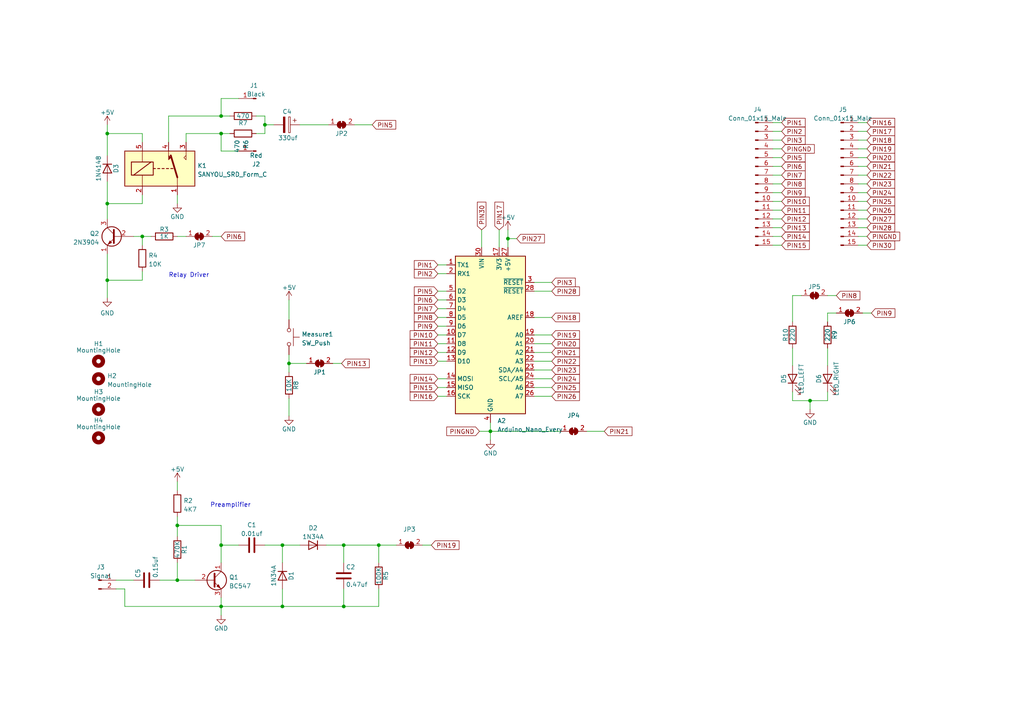
<source format=kicad_sch>
(kicad_sch (version 20211123) (generator eeschema)
  (paper "A4")
  (lib_symbols
    (symbol "Connector:Conn_01x01_Male" (pin_names (offset 1.016) hide)
      (property "Reference" "J" (at 0 2.54 0))
      (property "Value" "Conn_01x01_Male" (at 0 -2.54 0))
      (symbol "Conn_01x01_Male_1_1"
        (polyline (pts (xy 1.27 0) (xy 0.8636 0)) (stroke (width 0.1524)))
        (rectangle (start 0.8636 0.127) (end 0 -0.127) (stroke (width 0.1524)) (fill (type outline)))
        (pin passive line (at 5.08 0 180) (length 3.81) (name "Pin_1") (number "1"))
      )
    )
    (symbol "Connector:Conn_01x02_Male" (pin_names (offset 1.016) hide)
      (property "Reference" "J" (at 0 2.54 0))
      (property "Value" "Conn_01x02_Male" (at 0 -5.08 0))
      (symbol "Conn_01x02_Male_1_1"
        (polyline (pts (xy 1.27 -2.54) (xy 0.8636 -2.54)) (stroke (width 0.1524)))
        (polyline (pts (xy 1.27 0) (xy 0.8636 0)) (stroke (width 0.1524)))
        (rectangle (start 0.8636 -2.413) (end 0 -2.667) (stroke (width 0.1524)) (fill (type outline)))
        (rectangle (start 0.8636 0.127) (end 0 -0.127) (stroke (width 0.1524)) (fill (type outline)))
        (pin passive line (at 5.08 0 180) (length 3.81) (name "Pin_1") (number "1"))
        (pin passive line (at 5.08 -2.54 180) (length 3.81) (name "Pin_2") (number "2"))
      )
    )
    (symbol "Connector:Conn_01x15_Male" (pin_names (offset 1.016) hide)
      (property "Reference" "J" (at 0 20.32 0))
      (property "Value" "Conn_01x15_Male" (at 0 -20.32 0))
      (symbol "Conn_01x15_Male_1_1"
        (polyline (pts (xy 1.27 -17.78) (xy 0.8636 -17.78)) (stroke (width 0.1524)))
        (polyline (pts (xy 1.27 -15.24) (xy 0.8636 -15.24)) (stroke (width 0.1524)))
        (polyline (pts (xy 1.27 -12.7) (xy 0.8636 -12.7)) (stroke (width 0.1524)))
        (polyline (pts (xy 1.27 -10.16) (xy 0.8636 -10.16)) (stroke (width 0.1524)))
        (polyline (pts (xy 1.27 -7.62) (xy 0.8636 -7.62)) (stroke (width 0.1524)))
        (polyline (pts (xy 1.27 -5.08) (xy 0.8636 -5.08)) (stroke (width 0.1524)))
        (polyline (pts (xy 1.27 -2.54) (xy 0.8636 -2.54)) (stroke (width 0.1524)))
        (polyline (pts (xy 1.27 0) (xy 0.8636 0)) (stroke (width 0.1524)))
        (polyline (pts (xy 1.27 2.54) (xy 0.8636 2.54)) (stroke (width 0.1524)))
        (polyline (pts (xy 1.27 5.08) (xy 0.8636 5.08)) (stroke (width 0.1524)))
        (polyline (pts (xy 1.27 7.62) (xy 0.8636 7.62)) (stroke (width 0.1524)))
        (polyline (pts (xy 1.27 10.16) (xy 0.8636 10.16)) (stroke (width 0.1524)))
        (polyline (pts (xy 1.27 12.7) (xy 0.8636 12.7)) (stroke (width 0.1524)))
        (polyline (pts (xy 1.27 15.24) (xy 0.8636 15.24)) (stroke (width 0.1524)))
        (polyline (pts (xy 1.27 17.78) (xy 0.8636 17.78)) (stroke (width 0.1524)))
        (rectangle (start 0.8636 -17.653) (end 0 -17.907) (stroke (width 0.1524)) (fill (type outline)))
        (rectangle (start 0.8636 -15.113) (end 0 -15.367) (stroke (width 0.1524)) (fill (type outline)))
        (rectangle (start 0.8636 -12.573) (end 0 -12.827) (stroke (width 0.1524)) (fill (type outline)))
        (rectangle (start 0.8636 -10.033) (end 0 -10.287) (stroke (width 0.1524)) (fill (type outline)))
        (rectangle (start 0.8636 -7.493) (end 0 -7.747) (stroke (width 0.1524)) (fill (type outline)))
        (rectangle (start 0.8636 -4.953) (end 0 -5.207) (stroke (width 0.1524)) (fill (type outline)))
        (rectangle (start 0.8636 -2.413) (end 0 -2.667) (stroke (width 0.1524)) (fill (type outline)))
        (rectangle (start 0.8636 0.127) (end 0 -0.127) (stroke (width 0.1524)) (fill (type outline)))
        (rectangle (start 0.8636 2.667) (end 0 2.413) (stroke (width 0.1524)) (fill (type outline)))
        (rectangle (start 0.8636 5.207) (end 0 4.953) (stroke (width 0.1524)) (fill (type outline)))
        (rectangle (start 0.8636 7.747) (end 0 7.493) (stroke (width 0.1524)) (fill (type outline)))
        (rectangle (start 0.8636 10.287) (end 0 10.033) (stroke (width 0.1524)) (fill (type outline)))
        (rectangle (start 0.8636 12.827) (end 0 12.573) (stroke (width 0.1524)) (fill (type outline)))
        (rectangle (start 0.8636 15.367) (end 0 15.113) (stroke (width 0.1524)) (fill (type outline)))
        (rectangle (start 0.8636 17.907) (end 0 17.653) (stroke (width 0.1524)) (fill (type outline)))
        (pin passive line (at 5.08 17.78 180) (length 3.81) (name "Pin_1") (number "1"))
        (pin passive line (at 5.08 -5.08 180) (length 3.81) (name "Pin_10") (number "10"))
        (pin passive line (at 5.08 -7.62 180) (length 3.81) (name "Pin_11") (number "11"))
        (pin passive line (at 5.08 -10.16 180) (length 3.81) (name "Pin_12") (number "12"))
        (pin passive line (at 5.08 -12.7 180) (length 3.81) (name "Pin_13") (number "13"))
        (pin passive line (at 5.08 -15.24 180) (length 3.81) (name "Pin_14") (number "14"))
        (pin passive line (at 5.08 -17.78 180) (length 3.81) (name "Pin_15") (number "15"))
        (pin passive line (at 5.08 15.24 180) (length 3.81) (name "Pin_2") (number "2"))
        (pin passive line (at 5.08 12.7 180) (length 3.81) (name "Pin_3") (number "3"))
        (pin passive line (at 5.08 10.16 180) (length 3.81) (name "Pin_4") (number "4"))
        (pin passive line (at 5.08 7.62 180) (length 3.81) (name "Pin_5") (number "5"))
        (pin passive line (at 5.08 5.08 180) (length 3.81) (name "Pin_6") (number "6"))
        (pin passive line (at 5.08 2.54 180) (length 3.81) (name "Pin_7") (number "7"))
        (pin passive line (at 5.08 0 180) (length 3.81) (name "Pin_8") (number "8"))
        (pin passive line (at 5.08 -2.54 180) (length 3.81) (name "Pin_9") (number "9"))
      )
    )
    (symbol "Device:C" (pin_numbers hide) (pin_names (offset 0.254))
      (property "Reference" "C" (at 0.635 2.54 0))
      (property "Value" "C" (at 0.635 -2.54 0))
      (symbol "C_0_1"
        (polyline (pts (xy -2.032 -0.762) (xy 2.032 -0.762)) (stroke (width 0.508)))
        (polyline (pts (xy -2.032 0.762) (xy 2.032 0.762)) (stroke (width 0.508)))
      )
      (symbol "C_1_1"
        (pin passive line (at 0 3.81 270) (length 2.794) (name "~") (number "1"))
        (pin passive line (at 0 -3.81 90) (length 2.794) (name "~") (number "2"))
      )
    )
    (symbol "Device:C_Polarized" (pin_numbers hide) (pin_names (offset 0.254))
      (property "Reference" "C" (at 0.635 2.54 0))
      (property "Value" "C_Polarized" (at 0.635 -2.54 0))
      (symbol "C_Polarized_0_1"
        (rectangle (start -2.286 0.508) (end 2.286 1.016))
        (polyline (pts (xy -1.778 2.286) (xy -0.762 2.286)))
        (polyline (pts (xy -1.27 2.794) (xy -1.27 1.778)))
        (rectangle (start 2.286 -0.508) (end -2.286 -1.016) (fill (type outline)))
      )
      (symbol "C_Polarized_1_1"
        (pin passive line (at 0 3.81 270) (length 2.794) (name "~") (number "1"))
        (pin passive line (at 0 -3.81 90) (length 2.794) (name "~") (number "2"))
      )
    )
    (symbol "Device:LED" (pin_numbers hide) (pin_names (offset 1.016) hide)
      (property "Reference" "D" (at 0 2.54 0))
      (property "Value" "LED" (at 0 -2.54 0))
      (symbol "LED_0_1"
        (polyline (pts (xy -1.27 -1.27) (xy -1.27 1.27)) (stroke (width 0.254)))
        (polyline (pts (xy -1.27 0) (xy 1.27 0)))
        (polyline (pts (xy 1.27 -1.27) (xy 1.27 1.27) (xy -1.27 0) (xy 1.27 -1.27)) (stroke (width 0.254)))
        (polyline (pts (xy -3.048 -0.762) (xy -4.572 -2.286) (xy -3.81 -2.286) (xy -4.572 -2.286) (xy -4.572 -1.524)))
        (polyline (pts (xy -1.778 -0.762) (xy -3.302 -2.286) (xy -2.54 -2.286) (xy -3.302 -2.286) (xy -3.302 -1.524)))
      )
      (symbol "LED_1_1"
        (pin passive line (at -3.81 0 0) (length 2.54) (name "K") (number "1"))
        (pin passive line (at 3.81 0 180) (length 2.54) (name "A") (number "2"))
      )
    )
    (symbol "Device:R" (pin_numbers hide) (pin_names (offset 0))
      (property "Reference" "R" (at 2.032 0 90))
      (property "Value" "R" (at 0 0 90))
      (symbol "R_0_1"
        (rectangle (start -1.016 -2.54) (end 1.016 2.54) (stroke (width 0.254)))
      )
      (symbol "R_1_1"
        (pin passive line (at 0 3.81 270) (length 1.27) (name "~") (number "1"))
        (pin passive line (at 0 -3.81 90) (length 1.27) (name "~") (number "2"))
      )
    )
    (symbol "Diode:1N4148" (pin_numbers hide) (pin_names (offset 1.016) hide)
      (property "Reference" "D" (at 0 2.54 0))
      (property "Value" "1N4148" (at 0 -2.54 0))
      (symbol "1N4148_0_1"
        (polyline (pts (xy -1.27 1.27) (xy -1.27 -1.27)) (stroke (width 0.254)))
        (polyline (pts (xy 1.27 0) (xy -1.27 0)))
        (polyline (pts (xy 1.27 1.27) (xy 1.27 -1.27) (xy -1.27 0) (xy 1.27 1.27)) (stroke (width 0.254)))
      )
      (symbol "1N4148_1_1"
        (pin passive line (at -3.81 0 0) (length 2.54) (name "K") (number "1"))
        (pin passive line (at 3.81 0 180) (length 2.54) (name "A") (number "2"))
      )
    )
    (symbol "Jumper:SolderJumper_2_Bridged" (pin_names (offset 0) hide)
      (property "Reference" "JP" (at 0 2.032 0))
      (property "Value" "SolderJumper_2_Bridged" (at 0 -2.54 0))
      (symbol "SolderJumper_2_Bridged_0_1"
        (rectangle (start -0.508 0.508) (end 0.508 -0.508) (fill (type outline)))
        (arc (start -0.254 1.016) (mid -1.27 0) (end -0.254 -1.016))
        (arc (start -0.254 1.016) (mid -1.27 0) (end -0.254 -1.016) (fill (type outline)))
        (polyline (pts (xy -0.254 1.016) (xy -0.254 -1.016)))
        (polyline (pts (xy 0.254 1.016) (xy 0.254 -1.016)))
        (arc (start 0.254 -1.016) (mid 1.27 0) (end 0.254 1.016))
        (arc (start 0.254 -1.016) (mid 1.27 0) (end 0.254 1.016) (fill (type outline)))
      )
      (symbol "SolderJumper_2_Bridged_1_1"
        (pin passive line (at -3.81 0 0) (length 2.54) (name "A") (number "1"))
        (pin passive line (at 3.81 0 180) (length 2.54) (name "B") (number "2"))
      )
    )
    (symbol "MCU_Module:Arduino_Nano_Every"
      (property "Reference" "A" (at -10.16 23.495 0))
      (property "Value" "Arduino_Nano_Every" (at 5.08 -24.13 0))
      (symbol "Arduino_Nano_Every_0_1"
        (rectangle (start -10.16 22.86) (end 10.16 -22.86) (stroke (width 0.254)) (fill (type background)))
      )
      (symbol "Arduino_Nano_Every_1_1"
        (pin bidirectional line (at -12.7 20.32 0) (length 2.54) (name "TX1") (number "1"))
        (pin bidirectional line (at -12.7 0 0) (length 2.54) (name "D7") (number "10"))
        (pin bidirectional line (at -12.7 -2.54 0) (length 2.54) (name "D8") (number "11"))
        (pin bidirectional line (at -12.7 -5.08 0) (length 2.54) (name "D9") (number "12"))
        (pin bidirectional line (at -12.7 -7.62 0) (length 2.54) (name "D10") (number "13"))
        (pin bidirectional line (at -12.7 -12.7 0) (length 2.54) (name "MOSI") (number "14"))
        (pin bidirectional line (at -12.7 -15.24 0) (length 2.54) (name "MISO") (number "15"))
        (pin bidirectional line (at -12.7 -17.78 0) (length 2.54) (name "SCK") (number "16"))
        (pin power_out line (at 2.54 25.4 270) (length 2.54) (name "3V3") (number "17"))
        (pin input line (at 12.7 5.08 180) (length 2.54) (name "AREF") (number "18"))
        (pin bidirectional line (at 12.7 0 180) (length 2.54) (name "A0") (number "19"))
        (pin bidirectional line (at -12.7 17.78 0) (length 2.54) (name "RX1") (number "2"))
        (pin bidirectional line (at 12.7 -2.54 180) (length 2.54) (name "A1") (number "20"))
        (pin bidirectional line (at 12.7 -5.08 180) (length 2.54) (name "A2") (number "21"))
        (pin bidirectional line (at 12.7 -7.62 180) (length 2.54) (name "A3") (number "22"))
        (pin bidirectional line (at 12.7 -10.16 180) (length 2.54) (name "SDA/A4") (number "23"))
        (pin bidirectional line (at 12.7 -12.7 180) (length 2.54) (name "SCL/A5") (number "24"))
        (pin bidirectional line (at 12.7 -15.24 180) (length 2.54) (name "A6") (number "25"))
        (pin bidirectional line (at 12.7 -17.78 180) (length 2.54) (name "A7") (number "26"))
        (pin power_out line (at 5.08 25.4 270) (length 2.54) (name "+5V") (number "27"))
        (pin input line (at 12.7 12.7 180) (length 2.54) (name "~{RESET}") (number "28"))
        (pin passive line (at 0 -25.4 90) (length 2.54) hide (name "GND") (number "29"))
        (pin input line (at 12.7 15.24 180) (length 2.54) (name "~{RESET}") (number "3"))
        (pin power_in line (at -2.54 25.4 270) (length 2.54) (name "VIN") (number "30"))
        (pin power_in line (at 0 -25.4 90) (length 2.54) (name "GND") (number "4"))
        (pin bidirectional line (at -12.7 12.7 0) (length 2.54) (name "D2") (number "5"))
        (pin bidirectional line (at -12.7 10.16 0) (length 2.54) (name "D3") (number "6"))
        (pin bidirectional line (at -12.7 7.62 0) (length 2.54) (name "D4") (number "7"))
        (pin bidirectional line (at -12.7 5.08 0) (length 2.54) (name "D5") (number "8"))
        (pin bidirectional line (at -12.7 2.54 0) (length 2.54) (name "D6") (number "9"))
      )
    )
    (symbol "Mechanical:MountingHole" (pin_names (offset 1.016))
      (property "Reference" "H" (at 0 5.08 0))
      (property "Value" "MountingHole" (at 0 3.175 0))
      (symbol "MountingHole_0_1"
        (circle (center 0 0) (radius 1.27) (stroke (width 1.27)))
      )
    )
    (symbol "Relay:SANYOU_SRD_Form_C"
      (property "Reference" "K" (at 11.43 3.81 0))
      (property "Value" "SANYOU_SRD_Form_C" (at 11.43 1.27 0))
      (symbol "SANYOU_SRD_Form_C_0_0"
        (polyline (pts (xy 7.62 5.08) (xy 7.62 2.54) (xy 6.985 3.175) (xy 7.62 3.81)))
      )
      (symbol "SANYOU_SRD_Form_C_0_1"
        (rectangle (start -10.16 5.08) (end 10.16 -5.08) (stroke (width 0.254)) (fill (type background)))
        (rectangle (start -8.255 1.905) (end -1.905 -1.905) (stroke (width 0.254)))
        (polyline (pts (xy -7.62 -1.905) (xy -2.54 1.905)) (stroke (width 0.254)))
        (polyline (pts (xy -5.08 -5.08) (xy -5.08 -1.905)))
        (polyline (pts (xy -5.08 5.08) (xy -5.08 1.905)))
        (polyline (pts (xy -1.905 0) (xy -1.27 0)) (stroke (width 0.254)))
        (polyline (pts (xy -0.635 0) (xy 0 0)) (stroke (width 0.254)))
        (polyline (pts (xy 0.635 0) (xy 1.27 0)) (stroke (width 0.254)))
        (polyline (pts (xy 1.905 0) (xy 2.54 0)) (stroke (width 0.254)))
        (polyline (pts (xy 3.175 0) (xy 3.81 0)) (stroke (width 0.254)))
        (polyline (pts (xy 5.08 -2.54) (xy 3.175 3.81)) (stroke (width 0.508)))
        (polyline (pts (xy 5.08 -2.54) (xy 5.08 -5.08)))
      )
      (symbol "SANYOU_SRD_Form_C_1_1"
        (polyline (pts (xy 2.54 3.81) (xy 3.175 3.175) (xy 2.54 2.54) (xy 2.54 5.08)) (fill (type outline)))
        (pin passive line (at 5.08 -7.62 90) (length 2.54) (name "~") (number "1"))
        (pin passive line (at -5.08 -7.62 90) (length 2.54) (name "~") (number "2"))
        (pin passive line (at 7.62 7.62 270) (length 2.54) (name "~") (number "3"))
        (pin passive line (at 2.54 7.62 270) (length 2.54) (name "~") (number "4"))
        (pin passive line (at -5.08 7.62 270) (length 2.54) (name "~") (number "5"))
      )
    )
    (symbol "Switch:SW_Push" (pin_numbers hide) (pin_names (offset 1.016) hide)
      (property "Reference" "SW" (at 1.27 2.54 0))
      (property "Value" "SW_Push" (at 0 -1.524 0))
      (symbol "SW_Push_0_1"
        (circle (center -2.032 0) (radius 0.508))
        (polyline (pts (xy 0 1.27) (xy 0 3.048)))
        (polyline (pts (xy 2.54 1.27) (xy -2.54 1.27)))
        (circle (center 2.032 0) (radius 0.508))
        (pin passive line (at -5.08 0 0) (length 2.54) (name "1") (number "1"))
        (pin passive line (at 5.08 0 180) (length 2.54) (name "2") (number "2"))
      )
    )
    (symbol "Transistor_BJT:2N3904" (pin_names (offset 0) hide)
      (property "Reference" "Q" (at 5.08 1.905 0))
      (property "Value" "2N3904" (at 5.08 0 0))
      (symbol "2N3904_0_1"
        (polyline (pts (xy 0.635 0.635) (xy 2.54 2.54)))
        (polyline (pts (xy 0.635 -0.635) (xy 2.54 -2.54) (xy 2.54 -2.54)))
        (polyline (pts (xy 0.635 1.905) (xy 0.635 -1.905) (xy 0.635 -1.905)) (stroke (width 0.508)))
        (polyline (pts (xy 1.27 -1.778) (xy 1.778 -1.27) (xy 2.286 -2.286) (xy 1.27 -1.778) (xy 1.27 -1.778)) (fill (type outline)))
        (circle (center 1.27 0) (radius 2.8194) (stroke (width 0.254)))
      )
      (symbol "2N3904_1_1"
        (pin passive line (at 2.54 -5.08 90) (length 2.54) (name "E") (number "1"))
        (pin passive line (at -5.08 0 0) (length 5.715) (name "B") (number "2"))
        (pin passive line (at 2.54 5.08 270) (length 2.54) (name "C") (number "3"))
      )
    )
    (symbol "Transistor_BJT:BC547" (pin_names (offset 0) hide)
      (property "Reference" "Q" (at 5.08 1.905 0))
      (property "Value" "BC547" (at 5.08 0 0))
      (symbol "BC547_0_1"
        (polyline (pts (xy 0 0) (xy 0.635 0)))
        (polyline (pts (xy 0.635 0.635) (xy 2.54 2.54)))
        (polyline (pts (xy 0.635 -0.635) (xy 2.54 -2.54) (xy 2.54 -2.54)))
        (polyline (pts (xy 0.635 1.905) (xy 0.635 -1.905) (xy 0.635 -1.905)) (stroke (width 0.508)))
        (polyline (pts (xy 1.27 -1.778) (xy 1.778 -1.27) (xy 2.286 -2.286) (xy 1.27 -1.778) (xy 1.27 -1.778)) (fill (type outline)))
        (circle (center 1.27 0) (radius 2.8194) (stroke (width 0.254)))
      )
      (symbol "BC547_1_1"
        (pin passive line (at 2.54 5.08 270) (length 2.54) (name "C") (number "1"))
        (pin input line (at -5.08 0 0) (length 5.08) (name "B") (number "2"))
        (pin passive line (at 2.54 -5.08 90) (length 2.54) (name "E") (number "3"))
      )
    )
    (symbol "power:+5V" (power) (pin_names (offset 0))
      (property "Value" "+5V" (at 0 3.556 0))
      (symbol "+5V_0_1"
        (polyline (pts (xy -0.762 1.27) (xy 0 2.54)))
        (polyline (pts (xy 0 0) (xy 0 2.54)))
        (polyline (pts (xy 0 2.54) (xy 0.762 1.27)))
      )
      (symbol "+5V_1_1"
        (pin power_in line (at 0 0 90) (length 0) hide (name "+5V") (number "1"))
      )
    )
    (symbol "power:GND" (power) (pin_names (offset 0))
      (property "Value" "GND" (at 0 -3.81 0))
      (symbol "GND_0_1"
        (polyline (pts (xy 0 0) (xy 0 -1.27) (xy 1.27 -1.27) (xy 0 -2.54) (xy -1.27 -1.27) (xy 0 -1.27)))
      )
      (symbol "GND_1_1"
        (pin power_in line (at 0 0 270) (length 0) hide (name "GND") (number "1"))
      )
    )
  )
  (junction (at 109.855 158.115))
  (junction (at 234.95 116.205))
  (junction (at 99.695 158.115))
  (junction (at 81.915 175.895))
  (junction (at 64.135 175.895))
  (junction (at 31.115 38.735))
  (junction (at 31.115 59.055))
  (junction (at 76.835 36.195))
  (junction (at 83.82 105.41))
  (junction (at 64.135 33.655))
  (junction (at 81.915 158.115))
  (junction (at 147.32 69.215))
  (junction (at 64.135 38.735))
  (junction (at 142.24 125.095))
  (junction (at 31.115 81.28))
  (junction (at 41.275 68.58))
  (junction (at 51.435 152.4))
  (junction (at 99.695 175.895))
  (junction (at 51.435 168.275))
  (junction (at 64.135 158.115))
  (wire (pts (xy 127 89.535) (xy 129.54 89.535)))
  (wire (pts (xy 64.135 43.815) (xy 69.215 43.815)))
  (wire (pts (xy 36.195 175.895) (xy 64.135 175.895)))
  (wire (pts (xy 248.92 45.72) (xy 251.46 45.72)))
  (wire (pts (xy 127 79.375) (xy 129.54 79.375)))
  (wire (pts (xy 154.94 84.455) (xy 160.02 84.455)))
  (wire (pts (xy 127 99.695) (xy 129.54 99.695)))
  (wire (pts (xy 224.155 55.88) (xy 226.695 55.88)))
  (wire (pts (xy 170.18 125.095) (xy 175.26 125.095)))
  (wire (pts (xy 46.355 168.275) (xy 51.435 168.275)))
  (wire (pts (xy 240.03 100.965) (xy 240.03 106.045)))
  (wire (pts (xy 31.115 36.195) (xy 31.115 38.735)))
  (wire (pts (xy 33.655 170.815) (xy 36.195 170.815)))
  (wire (pts (xy 248.92 53.34) (xy 251.46 53.34)))
  (wire (pts (xy 127 112.395) (xy 129.54 112.395)))
  (wire (pts (xy 83.82 115.57) (xy 83.82 120.65)))
  (wire (pts (xy 154.94 109.855) (xy 160.02 109.855)))
  (wire (pts (xy 83.82 86.995) (xy 83.82 92.71)))
  (wire (pts (xy 31.115 81.28) (xy 31.115 86.36)))
  (wire (pts (xy 248.92 63.5) (xy 251.46 63.5)))
  (wire (pts (xy 248.92 71.12) (xy 251.46 71.12)))
  (wire (pts (xy 127 76.835) (xy 129.54 76.835)))
  (wire (pts (xy 48.895 33.655) (xy 48.895 41.275)))
  (wire (pts (xy 127 94.615) (xy 129.54 94.615)))
  (wire (pts (xy 88.9 105.41) (xy 83.82 105.41)))
  (wire (pts (xy 64.135 152.4) (xy 64.135 158.115)))
  (wire (pts (xy 127 84.455) (xy 129.54 84.455)))
  (wire (pts (xy 147.32 69.215) (xy 147.32 71.755)))
  (wire (pts (xy 154.94 81.915) (xy 160.02 81.915)))
  (wire (pts (xy 64.135 28.575) (xy 64.135 33.655)))
  (wire (pts (xy 234.95 118.745) (xy 234.95 116.205)))
  (wire (pts (xy 31.115 59.055) (xy 31.115 63.5)))
  (wire (pts (xy 224.155 48.26) (xy 226.695 48.26)))
  (wire (pts (xy 224.155 40.64) (xy 226.695 40.64)))
  (wire (pts (xy 64.135 28.575) (xy 69.215 28.575)))
  (wire (pts (xy 248.92 66.04) (xy 251.46 66.04)))
  (wire (pts (xy 224.155 50.8) (xy 226.695 50.8)))
  (wire (pts (xy 224.155 43.18) (xy 226.695 43.18)))
  (wire (pts (xy 248.92 48.26) (xy 251.46 48.26)))
  (wire (pts (xy 142.24 122.555) (xy 142.24 125.095)))
  (wire (pts (xy 109.855 158.115) (xy 114.935 158.115)))
  (wire (pts (xy 248.92 60.96) (xy 251.46 60.96)))
  (wire (pts (xy 64.135 173.355) (xy 64.135 175.895)))
  (wire (pts (xy 31.115 38.735) (xy 31.115 45.085)))
  (wire (pts (xy 127 114.935) (xy 129.54 114.935)))
  (wire (pts (xy 139.065 125.095) (xy 142.24 125.095)))
  (wire (pts (xy 31.115 73.66) (xy 31.115 81.28)))
  (wire (pts (xy 248.92 68.58) (xy 251.46 68.58)))
  (wire (pts (xy 41.275 68.58) (xy 41.275 71.12)))
  (wire (pts (xy 81.915 158.115) (xy 86.995 158.115)))
  (wire (pts (xy 76.835 33.655) (xy 76.835 36.195)))
  (wire (pts (xy 96.52 105.41) (xy 99.06 105.41)))
  (wire (pts (xy 127 97.155) (xy 129.54 97.155)))
  (wire (pts (xy 224.155 45.72) (xy 226.695 45.72)))
  (wire (pts (xy 76.835 38.735) (xy 74.295 38.735)))
  (wire (pts (xy 99.695 170.815) (xy 99.695 175.895)))
  (wire (pts (xy 229.87 85.725) (xy 229.87 93.345)))
  (wire (pts (xy 109.855 158.115) (xy 109.855 163.195)))
  (wire (pts (xy 154.94 97.155) (xy 160.02 97.155)))
  (wire (pts (xy 248.92 43.18) (xy 251.46 43.18)))
  (wire (pts (xy 31.115 38.735) (xy 41.275 38.735)))
  (wire (pts (xy 41.275 59.055) (xy 31.115 59.055)))
  (wire (pts (xy 83.82 102.87) (xy 83.82 105.41)))
  (wire (pts (xy 154.94 92.075) (xy 160.02 92.075)))
  (wire (pts (xy 240.03 90.805) (xy 240.03 93.345)))
  (wire (pts (xy 224.155 68.58) (xy 226.695 68.58)))
  (wire (pts (xy 250.19 90.805) (xy 252.73 90.805)))
  (wire (pts (xy 99.695 175.895) (xy 109.855 175.895)))
  (wire (pts (xy 51.435 149.86) (xy 51.435 152.4)))
  (wire (pts (xy 248.92 38.1) (xy 251.46 38.1)))
  (wire (pts (xy 51.435 139.7) (xy 51.435 142.24)))
  (wire (pts (xy 51.435 56.515) (xy 51.435 59.055)))
  (wire (pts (xy 79.375 36.195) (xy 76.835 36.195)))
  (wire (pts (xy 224.155 63.5) (xy 226.695 63.5)))
  (wire (pts (xy 74.295 33.655) (xy 76.835 33.655)))
  (wire (pts (xy 122.555 158.115) (xy 125.095 158.115)))
  (wire (pts (xy 224.155 53.34) (xy 226.695 53.34)))
  (wire (pts (xy 248.92 50.8) (xy 251.46 50.8)))
  (wire (pts (xy 81.915 170.815) (xy 81.915 175.895)))
  (wire (pts (xy 147.32 66.675) (xy 147.32 69.215)))
  (wire (pts (xy 224.155 71.12) (xy 226.695 71.12)))
  (wire (pts (xy 51.435 155.575) (xy 51.435 152.4)))
  (wire (pts (xy 86.995 36.195) (xy 95.25 36.195)))
  (wire (pts (xy 64.135 175.895) (xy 64.135 178.435)))
  (wire (pts (xy 127 104.775) (xy 129.54 104.775)))
  (wire (pts (xy 142.24 125.095) (xy 162.56 125.095)))
  (wire (pts (xy 53.975 38.735) (xy 64.135 38.735)))
  (wire (pts (xy 38.735 68.58) (xy 41.275 68.58)))
  (wire (pts (xy 154.94 112.395) (xy 160.02 112.395)))
  (wire (pts (xy 127 109.855) (xy 129.54 109.855)))
  (wire (pts (xy 66.675 33.655) (xy 64.135 33.655)))
  (wire (pts (xy 76.835 36.195) (xy 76.835 38.735)))
  (wire (pts (xy 229.87 113.665) (xy 229.87 116.205)))
  (wire (pts (xy 234.95 116.205) (xy 240.03 116.205)))
  (wire (pts (xy 41.275 56.515) (xy 41.275 59.055)))
  (wire (pts (xy 81.915 175.895) (xy 99.695 175.895)))
  (wire (pts (xy 240.03 85.725) (xy 242.57 85.725)))
  (wire (pts (xy 64.135 33.655) (xy 48.895 33.655)))
  (wire (pts (xy 224.155 38.1) (xy 226.695 38.1)))
  (wire (pts (xy 64.135 175.895) (xy 81.915 175.895)))
  (wire (pts (xy 154.94 107.315) (xy 160.02 107.315)))
  (wire (pts (xy 64.135 158.115) (xy 64.135 163.195)))
  (wire (pts (xy 144.78 66.675) (xy 144.78 71.755)))
  (wire (pts (xy 154.94 99.695) (xy 160.02 99.695)))
  (wire (pts (xy 109.855 170.815) (xy 109.855 175.895)))
  (wire (pts (xy 94.615 158.115) (xy 99.695 158.115)))
  (wire (pts (xy 234.95 116.205) (xy 229.87 116.205)))
  (wire (pts (xy 99.695 158.115) (xy 109.855 158.115)))
  (wire (pts (xy 31.115 52.705) (xy 31.115 59.055)))
  (wire (pts (xy 81.915 163.195) (xy 81.915 158.115)))
  (wire (pts (xy 51.435 152.4) (xy 64.135 152.4)))
  (wire (pts (xy 51.435 68.58) (xy 53.975 68.58)))
  (wire (pts (xy 127 102.235) (xy 129.54 102.235)))
  (wire (pts (xy 229.87 85.725) (xy 232.41 85.725)))
  (wire (pts (xy 224.155 66.04) (xy 226.695 66.04)))
  (wire (pts (xy 61.595 68.58) (xy 64.135 68.58)))
  (wire (pts (xy 142.24 125.095) (xy 142.24 127.635)))
  (wire (pts (xy 81.915 158.115) (xy 76.835 158.115)))
  (wire (pts (xy 33.655 168.275) (xy 38.735 168.275)))
  (wire (pts (xy 240.03 90.805) (xy 242.57 90.805)))
  (wire (pts (xy 240.03 113.665) (xy 240.03 116.205)))
  (wire (pts (xy 102.87 36.195) (xy 107.95 36.195)))
  (wire (pts (xy 224.155 58.42) (xy 226.695 58.42)))
  (wire (pts (xy 127 86.995) (xy 129.54 86.995)))
  (wire (pts (xy 248.92 35.56) (xy 251.46 35.56)))
  (wire (pts (xy 248.92 55.88) (xy 251.46 55.88)))
  (wire (pts (xy 64.135 38.735) (xy 64.135 43.815)))
  (wire (pts (xy 248.92 58.42) (xy 251.46 58.42)))
  (wire (pts (xy 127 92.075) (xy 129.54 92.075)))
  (wire (pts (xy 229.87 100.965) (xy 229.87 106.045)))
  (wire (pts (xy 154.94 114.935) (xy 160.02 114.935)))
  (wire (pts (xy 139.7 66.675) (xy 139.7 71.755)))
  (wire (pts (xy 154.94 102.235) (xy 160.02 102.235)))
  (wire (pts (xy 154.94 104.775) (xy 160.02 104.775)))
  (wire (pts (xy 41.275 68.58) (xy 43.815 68.58)))
  (wire (pts (xy 36.195 170.815) (xy 36.195 175.895)))
  (wire (pts (xy 51.435 163.195) (xy 51.435 168.275)))
  (wire (pts (xy 41.275 81.28) (xy 31.115 81.28)))
  (wire (pts (xy 64.135 38.735) (xy 66.675 38.735)))
  (wire (pts (xy 224.155 60.96) (xy 226.695 60.96)))
  (wire (pts (xy 248.92 40.64) (xy 251.46 40.64)))
  (wire (pts (xy 147.32 69.215) (xy 149.86 69.215)))
  (wire (pts (xy 224.155 35.56) (xy 226.695 35.56)))
  (wire (pts (xy 69.215 158.115) (xy 64.135 158.115)))
  (wire (pts (xy 56.515 168.275) (xy 51.435 168.275)))
  (wire (pts (xy 41.275 41.275) (xy 41.275 38.735)))
  (wire (pts (xy 99.695 158.115) (xy 99.695 163.195)))
  (wire (pts (xy 53.975 38.735) (xy 53.975 41.275)))
  (wire (pts (xy 83.82 105.41) (xy 83.82 107.95)))
  (wire (pts (xy 41.275 78.74) (xy 41.275 81.28)))
  (text "Preamplifier" (at 60.96 147.32 0) (effects (font (size 1.27 1.27)) (justify left bottom)))
  (text "Relay Driver" (at 48.895 80.645 0) (effects (font (size 1.27 1.27)) (justify left bottom)))
  (global_label "PIN27" (shape input) (at 149.86 69.215 0) (property "Intersheet References" "${INTERSHEET_REFS}" (effects hide)))
  (global_label "PIN19" (shape input) (at 125.095 158.115 0) (property "Intersheet References" "${INTERSHEET_REFS}" (effects hide)))
  (global_label "PIN21" (shape input) (at 251.46 48.26 0) (property "Intersheet References" "${INTERSHEET_REFS}" (effects hide)))
  (global_label "PIN25" (shape input) (at 251.46 58.42 0) (property "Intersheet References" "${INTERSHEET_REFS}" (effects hide)))
  (global_label "PIN30" (shape input) (at 251.46 71.12 0) (property "Intersheet References" "${INTERSHEET_REFS}" (effects hide)))
  (global_label "PIN27" (shape input) (at 251.46 63.5 0) (property "Intersheet References" "${INTERSHEET_REFS}" (effects hide)))
  (global_label "PIN8" (shape input) (at 242.57 85.725 0) (property "Intersheet References" "${INTERSHEET_REFS}" (effects hide)))
  (global_label "PIN14" (shape input) (at 226.695 68.58 0) (property "Intersheet References" "${INTERSHEET_REFS}" (effects hide)))
  (global_label "PIN13" (shape input) (at 127 104.775 180) (property "Intersheet References" "${INTERSHEET_REFS}" (effects hide)))
  (global_label "PIN7" (shape input) (at 127 89.535 180) (property "Intersheet References" "${INTERSHEET_REFS}" (effects hide)))
  (global_label "PIN20" (shape input) (at 251.46 45.72 0) (property "Intersheet References" "${INTERSHEET_REFS}" (effects hide)))
  (global_label "PIN6" (shape input) (at 226.695 48.26 0) (property "Intersheet References" "${INTERSHEET_REFS}" (effects hide)))
  (global_label "PIN18" (shape input) (at 251.46 40.64 0) (property "Intersheet References" "${INTERSHEET_REFS}" (effects hide)))
  (global_label "PIN2" (shape input) (at 226.695 38.1 0) (property "Intersheet References" "${INTERSHEET_REFS}" (effects hide)))
  (global_label "PIN26" (shape input) (at 251.46 60.96 0) (property "Intersheet References" "${INTERSHEET_REFS}" (effects hide)))
  (global_label "PIN13" (shape input) (at 226.695 66.04 0) (property "Intersheet References" "${INTERSHEET_REFS}" (effects hide)))
  (global_label "PIN10" (shape input) (at 226.695 58.42 0) (property "Intersheet References" "${INTERSHEET_REFS}" (effects hide)))
  (global_label "PIN15" (shape input) (at 226.695 71.12 0) (property "Intersheet References" "${INTERSHEET_REFS}" (effects hide)))
  (global_label "PIN19" (shape input) (at 160.02 97.155 0) (property "Intersheet References" "${INTERSHEET_REFS}" (effects hide)))
  (global_label "PIN17" (shape input) (at 144.78 66.675 90) (property "Intersheet References" "${INTERSHEET_REFS}" (effects hide)))
  (global_label "PIN12" (shape input) (at 127 102.235 180) (property "Intersheet References" "${INTERSHEET_REFS}" (effects hide)))
  (global_label "PIN25" (shape input) (at 160.02 112.395 0) (property "Intersheet References" "${INTERSHEET_REFS}" (effects hide)))
  (global_label "PIN22" (shape input) (at 251.46 50.8 0) (property "Intersheet References" "${INTERSHEET_REFS}" (effects hide)))
  (global_label "PIN8" (shape input) (at 226.695 53.34 0) (property "Intersheet References" "${INTERSHEET_REFS}" (effects hide)))
  (global_label "PIN17" (shape input) (at 251.46 38.1 0) (property "Intersheet References" "${INTERSHEET_REFS}" (effects hide)))
  (global_label "PIN18" (shape input) (at 160.02 92.075 0) (property "Intersheet References" "${INTERSHEET_REFS}" (effects hide)))
  (global_label "PIN14" (shape input) (at 127 109.855 180) (property "Intersheet References" "${INTERSHEET_REFS}" (effects hide)))
  (global_label "PIN1" (shape input) (at 127 76.835 180) (property "Intersheet References" "${INTERSHEET_REFS}" (effects hide)))
  (global_label "PIN2" (shape input) (at 127 79.375 180) (property "Intersheet References" "${INTERSHEET_REFS}" (effects hide)))
  (global_label "PIN19" (shape input) (at 251.46 43.18 0) (property "Intersheet References" "${INTERSHEET_REFS}" (effects hide)))
  (global_label "PIN28" (shape input) (at 251.46 66.04 0) (property "Intersheet References" "${INTERSHEET_REFS}" (effects hide)))
  (global_label "PIN3" (shape input) (at 160.02 81.915 0) (property "Intersheet References" "${INTERSHEET_REFS}" (effects hide)))
  (global_label "PIN24" (shape input) (at 160.02 109.855 0) (property "Intersheet References" "${INTERSHEET_REFS}" (effects hide)))
  (global_label "PINGND" (shape input) (at 226.695 43.18 0) (property "Intersheet References" "${INTERSHEET_REFS}" (effects hide)))
  (global_label "PIN5" (shape input) (at 226.695 45.72 0) (property "Intersheet References" "${INTERSHEET_REFS}" (effects hide)))
  (global_label "PIN24" (shape input) (at 251.46 55.88 0) (property "Intersheet References" "${INTERSHEET_REFS}" (effects hide)))
  (global_label "PIN15" (shape input) (at 127 112.395 180) (property "Intersheet References" "${INTERSHEET_REFS}" (effects hide)))
  (global_label "PIN12" (shape input) (at 226.695 63.5 0) (property "Intersheet References" "${INTERSHEET_REFS}" (effects hide)))
  (global_label "PIN23" (shape input) (at 251.46 53.34 0) (property "Intersheet References" "${INTERSHEET_REFS}" (effects hide)))
  (global_label "PIN9" (shape input) (at 226.695 55.88 0) (property "Intersheet References" "${INTERSHEET_REFS}" (effects hide)))
  (global_label "PIN9" (shape input) (at 127 94.615 180) (property "Intersheet References" "${INTERSHEET_REFS}" (effects hide)))
  (global_label "PIN23" (shape input) (at 160.02 107.315 0) (property "Intersheet References" "${INTERSHEET_REFS}" (effects hide)))
  (global_label "PINGND" (shape input) (at 139.065 125.095 180) (property "Intersheet References" "${INTERSHEET_REFS}" (effects hide)))
  (global_label "PIN1" (shape input) (at 226.695 35.56 0) (property "Intersheet References" "${INTERSHEET_REFS}" (effects hide)))
  (global_label "PIN28" (shape input) (at 160.02 84.455 0) (property "Intersheet References" "${INTERSHEET_REFS}" (effects hide)))
  (global_label "PIN7" (shape input) (at 226.695 50.8 0) (property "Intersheet References" "${INTERSHEET_REFS}" (effects hide)))
  (global_label "PIN9" (shape input) (at 252.73 90.805 0) (property "Intersheet References" "${INTERSHEET_REFS}" (effects hide)))
  (global_label "PIN13" (shape input) (at 99.06 105.41 0) (property "Intersheet References" "${INTERSHEET_REFS}" (effects hide)))
  (global_label "PINGND" (shape input) (at 251.46 68.58 0) (property "Intersheet References" "${INTERSHEET_REFS}" (effects hide)))
  (global_label "PIN26" (shape input) (at 160.02 114.935 0) (property "Intersheet References" "${INTERSHEET_REFS}" (effects hide)))
  (global_label "PIN16" (shape input) (at 251.46 35.56 0) (property "Intersheet References" "${INTERSHEET_REFS}" (effects hide)))
  (global_label "PIN21" (shape input) (at 160.02 102.235 0) (property "Intersheet References" "${INTERSHEET_REFS}" (effects hide)))
  (global_label "PIN5" (shape input) (at 107.95 36.195 0) (property "Intersheet References" "${INTERSHEET_REFS}" (effects hide)))
  (global_label "PIN10" (shape input) (at 127 97.155 180) (property "Intersheet References" "${INTERSHEET_REFS}" (effects hide)))
  (global_label "PIN11" (shape input) (at 226.695 60.96 0) (property "Intersheet References" "${INTERSHEET_REFS}" (effects hide)))
  (global_label "PIN6" (shape input) (at 127 86.995 180) (property "Intersheet References" "${INTERSHEET_REFS}" (effects hide)))
  (global_label "PIN6" (shape input) (at 64.135 68.58 0) (property "Intersheet References" "${INTERSHEET_REFS}" (effects hide)))
  (global_label "PIN5" (shape input) (at 127 84.455 180) (property "Intersheet References" "${INTERSHEET_REFS}" (effects hide)))
  (global_label "PIN22" (shape input) (at 160.02 104.775 0) (property "Intersheet References" "${INTERSHEET_REFS}" (effects hide)))
  (global_label "PIN8" (shape input) (at 127 92.075 180) (property "Intersheet References" "${INTERSHEET_REFS}" (effects hide)))
  (global_label "PIN30" (shape input) (at 139.7 66.675 90) (property "Intersheet References" "${INTERSHEET_REFS}" (effects hide)))
  (global_label "PIN20" (shape input) (at 160.02 99.695 0) (property "Intersheet References" "${INTERSHEET_REFS}" (effects hide)))
  (global_label "PIN3" (shape input) (at 226.695 40.64 0) (property "Intersheet References" "${INTERSHEET_REFS}" (effects hide)))
  (global_label "PIN11" (shape input) (at 127 99.695 180) (property "Intersheet References" "${INTERSHEET_REFS}" (effects hide)))
  (global_label "PIN16" (shape input) (at 127 114.935 180) (property "Intersheet References" "${INTERSHEET_REFS}" (effects hide)))
  (global_label "PIN21" (shape input) (at 175.26 125.095 0) (property "Intersheet References" "${INTERSHEET_REFS}" (effects hide)))
  (symbol (lib_id "power:GND") (at 83.82 120.65 0) (unit 1)
    (property "Reference" "#PWR07" (effects hide))
    (property "Value" "GND" (at 83.82 124.46 0))
  )
  (symbol (lib_id "Connector:Conn_01x15_Male") (at 219.075 53.34 0) (unit 1)
    (property "Reference" "J4" (at 219.71 31.784 0))
    (property "Value" "Conn_01x15_Male" (at 219.71 34.3209 0))
    (property "Footprint" "Connector_PinHeader_2.54mm:PinHeader_1x15_P2.54mm_Vertical" (effects hide))
  )
  (symbol (lib_id "Device:LED") (at 229.87 109.855 90) (unit 1)
    (property "Reference" "D5" (at 227.33 109.855 0))
    (property "Value" "LED_LEFT" (at 232.41 109.855 0))
    (property "Footprint" "LED_THT:LED_D5.0mm" (effects hide))
  )
  (symbol (lib_id "Diode:1N4148") (at 81.915 167.005 270) (unit 1)
    (property "Reference" "D1" (at 84.455 167.005 0))
    (property "Value" "1N34A" (at 79.375 167.005 0))
    (property "Footprint" "Diode_THT:D_DO-35_SOD27_P10.16mm_Horizontal" (effects hide))
    (property "Datasheet" "https://assets.nexperia.com/documents/data-sheet/1N4148_1N4448.pdf" (effects hide))
  )
  (symbol (lib_id "Connector:Conn_01x15_Male") (at 243.84 53.34 0) (unit 1)
    (property "Reference" "J5" (at 244.475 31.784 0))
    (property "Value" "Conn_01x15_Male" (at 244.475 34.3209 0))
    (property "Footprint" "Connector_PinHeader_2.54mm:PinHeader_1x15_P2.54mm_Vertical" (effects hide))
  )
  (symbol (lib_id "Connector:Conn_01x01_Male") (at 74.295 43.815 180) (unit 1)
    (property "Reference" "J2" (at 74.295 47.625 0))
    (property "Value" "Red" (at 74.295 45.085 0))
    (property "Footprint" "Connector:Banana_Jack_1Pin" (effects hide))
  )
  (symbol (lib_id "Mechanical:MountingHole") (at 28.575 104.775 0) (unit 1)
    (property "Reference" "H1" (at 28.575 99.695 0))
    (property "Value" "MountingHole" (at 28.575 101.6 0))
    (property "Footprint" "MountingHole:MountingHole_3.2mm_M3" (effects hide))
  )
  (symbol (lib_id "Device:LED") (at 240.03 109.855 90) (unit 1)
    (property "Reference" "D6" (at 237.49 109.855 0))
    (property "Value" "LED_RIGHT" (at 242.57 109.855 0))
    (property "Footprint" "LED_THT:LED_D5.0mm" (effects hide))
  )
  (symbol (lib_id "Switch:SW_Push") (at 83.82 97.79 270) (unit 1)
    (property "Reference" "Measure1" (at 87.503 96.9553 90) (effects (justify left)))
    (property "Value" "SW_Push" (at 87.503 99.4922 90) (effects (justify left)))
    (property "Footprint" "Button_Switch_THT:SW_PUSH_6mm" (effects hide))
  )
  (symbol (lib_id "Device:R") (at 229.87 97.155 180) (unit 1)
    (property "Reference" "R10" (at 227.838 97.155 90))
    (property "Value" "220" (at 229.87 97.155 90))
    (property "Footprint" "Resistor_THT:R_Axial_DIN0207_L6.3mm_D2.5mm_P10.16mm_Horizontal" (effects hide))
  )
  (symbol (lib_id "Transistor_BJT:2N3904") (at 33.655 68.58 0) (mirror y) (unit 1)
    (property "Reference" "Q2" (at 28.8037 67.7453 0) (effects (justify left)))
    (property "Value" "2N3904" (at 28.8037 70.2822 0) (effects (justify left)))
    (property "Footprint" "Package_TO_SOT_THT:TO-92_Inline_Wide" (effects hide))
    (property "Datasheet" "https://www.onsemi.com/pub/Collateral/2N3903-D.PDF" (effects hide))
  )
  (symbol (lib_id "Diode:1N4148") (at 31.115 48.895 270) (unit 1)
    (property "Reference" "D3" (at 33.655 48.895 0))
    (property "Value" "1N4148" (at 28.575 48.895 0))
    (property "Footprint" "Diode_THT:D_DO-35_SOD27_P7.62mm_Horizontal" (effects hide))
    (property "Datasheet" "https://assets.nexperia.com/documents/data-sheet/1N4148_1N4448.pdf" (effects hide))
  )
  (symbol (lib_id "power:GND") (at 142.24 127.635 0) (unit 1)
    (property "Reference" "#PWR08" (effects hide))
    (property "Value" "GND" (at 142.24 131.445 0))
  )
  (symbol (lib_id "Diode:1N4148") (at 90.805 158.115 180) (unit 1)
    (property "Reference" "D2" (at 90.805 153.1452 0))
    (property "Value" "1N34A" (at 90.805 155.6821 0))
    (property "Footprint" "Diode_THT:D_DO-35_SOD27_P10.16mm_Horizontal" (effects hide))
    (property "Datasheet" "https://assets.nexperia.com/documents/data-sheet/1N4148_1N4448.pdf" (effects hide))
  )
  (symbol (lib_id "Jumper:SolderJumper_2_Bridged") (at 99.06 36.195 0) (unit 1)
    (property "Reference" "JP2" (at 99.06 38.735 0))
    (property "Value" " " (at 99.06 34.1431 0))
    (property "Footprint" "Jumper:SolderJumper-2_P1.3mm_Bridged_Pad1.0x1.5mm" (effects hide))
  )
  (symbol (lib_id "Device:R") (at 109.855 167.005 0) (unit 1)
    (property "Reference" "R5" (at 111.887 167.005 90))
    (property "Value" "100K" (at 109.855 167.005 90))
    (property "Footprint" "Resistor_THT:R_Axial_DIN0207_L6.3mm_D2.5mm_P10.16mm_Horizontal" (effects hide))
  )
  (symbol (lib_id "Device:R") (at 240.03 97.155 0) (unit 1)
    (property "Reference" "R9" (at 242.062 97.155 90))
    (property "Value" "220" (at 240.03 97.155 90))
    (property "Footprint" "Resistor_THT:R_Axial_DIN0207_L6.3mm_D2.5mm_P10.16mm_Horizontal" (effects hide))
  )
  (symbol (lib_id "Device:C") (at 99.695 167.005 0) (unit 1)
    (property "Reference" "C2" (at 100.33 164.465 0) (effects (justify left)))
    (property "Value" "0.47uf" (at 100.33 169.545 0) (effects (justify left)))
    (property "Footprint" "Capacitor_THT:C_Rect_L7.0mm_W2.5mm_P5.00mm" (effects hide))
  )
  (symbol (lib_id "Relay:SANYOU_SRD_Form_C") (at 46.355 48.895 0) (unit 1)
    (property "Reference" "K1" (at 57.277 48.0603 0) (effects (justify left)))
    (property "Value" "SANYOU_SRD_Form_C" (at 57.277 50.5972 0) (effects (justify left)))
    (property "Footprint" "Relay_THT:Relay_SPDT_SANYOU_SRD_Series_Form_C" (effects hide))
    (property "Datasheet" "http://www.sanyourelay.ca/public/products/pdf/SRD.pdf" (effects hide))
  )
  (symbol (lib_id "Mechanical:MountingHole") (at 28.575 109.855 0) (unit 1)
    (property "Reference" "H2" (at 31.115 109.0203 0) (effects (justify left)))
    (property "Value" "MountingHole" (at 31.115 111.5572 0) (effects (justify left)))
    (property "Footprint" "MountingHole:MountingHole_3.2mm_M3" (effects hide))
  )
  (symbol (lib_id "Connector:Conn_01x01_Male") (at 74.295 28.575 180) (unit 1)
    (property "Reference" "J1" (at 73.66 24.799 0))
    (property "Value" "Black" (at 74.295 27.305 0))
    (property "Footprint" "Connector:Banana_Jack_1Pin" (effects hide))
  )
  (symbol (lib_id "Mechanical:MountingHole") (at 28.575 118.745 0) (unit 1)
    (property "Reference" "H3" (at 28.575 113.665 0))
    (property "Value" "MountingHole" (at 28.575 115.57 0))
    (property "Footprint" "MountingHole:MountingHole_3.2mm_M3" (effects hide))
  )
  (symbol (lib_id "Jumper:SolderJumper_2_Bridged") (at 236.22 85.725 0) (unit 1)
    (property "Reference" "JP5" (at 236.22 83.185 0))
    (property "Value" " " (at 236.22 83.6731 0))
    (property "Footprint" "Jumper:SolderJumper-2_P1.3mm_Bridged_Pad1.0x1.5mm" (effects hide))
  )
  (symbol (lib_id "power:+5V") (at 51.435 139.7 0) (unit 1)
    (property "Reference" "#PWR05" (effects hide))
    (property "Value" "+5V" (at 51.435 136.1242 0))
  )
  (symbol (lib_id "Connector:Conn_01x02_Male") (at 28.575 168.275 0) (unit 1)
    (property "Reference" "J3" (at 29.21 164.499 0))
    (property "Value" "Signal" (at 29.21 167.0359 0))
    (property "Footprint" "Connector_Coaxial:SMA_Amphenol_901-144_Vertical" (effects hide))
  )
  (symbol (lib_id "Transistor_BJT:BC547") (at 61.595 168.275 0) (unit 1)
    (property "Reference" "Q1" (at 66.4464 167.4403 0) (effects (justify left)))
    (property "Value" "BC547" (at 66.4464 169.9772 0) (effects (justify left)))
    (property "Footprint" "Package_TO_SOT_THT:TO-92_Inline_Wide" (effects hide))
    (property "Datasheet" "https://www.onsemi.com/pub/Collateral/BC550-D.pdf" (effects hide))
  )
  (symbol (lib_id "power:GND") (at 51.435 59.055 0) (unit 1)
    (property "Reference" "#PWR03" (effects hide))
    (property "Value" "GND" (at 51.435 62.865 0))
  )
  (symbol (lib_id "power:+5V") (at 83.82 86.995 0) (unit 1)
    (property "Reference" "#PWR0101" (effects hide))
    (property "Value" "+5V" (at 83.82 83.4192 0))
  )
  (symbol (lib_id "power:GND") (at 234.95 118.745 0) (unit 1)
    (property "Reference" "#PWR02" (effects hide))
    (property "Value" "GND" (at 234.95 122.555 0))
  )
  (symbol (lib_id "power:GND") (at 31.115 86.36 0) (unit 1)
    (property "Reference" "#PWR01" (effects hide))
    (property "Value" "GND" (at 31.115 90.8034 0))
  )
  (symbol (lib_id "Jumper:SolderJumper_2_Bridged") (at 118.745 158.115 0) (unit 1)
    (property "Reference" "JP3" (at 118.745 153.5262 0))
    (property "Value" " " (at 118.745 156.0631 0))
    (property "Footprint" "Jumper:SolderJumper-2_P1.3mm_Bridged_Pad1.0x1.5mm" (effects hide))
  )
  (symbol (lib_id "Device:C") (at 42.545 168.275 90) (unit 1)
    (property "Reference" "C5" (at 40.005 167.64 0) (effects (justify left)))
    (property "Value" "0.15uf" (at 45.085 167.64 0) (effects (justify left)))
    (property "Footprint" "Capacitor_THT:C_Rect_L13.0mm_W4.0mm_P10.00mm_FKS3_FKP3_MKS4" (effects hide))
  )
  (symbol (lib_id "Device:R") (at 41.275 74.93 180) (unit 1)
    (property "Reference" "R4" (at 43.053 74.0953 0) (effects (justify right)))
    (property "Value" "10K" (at 43.053 76.6322 0) (effects (justify right)))
    (property "Footprint" "Resistor_THT:R_Axial_DIN0207_L6.3mm_D2.5mm_P10.16mm_Horizontal" (effects hide))
  )
  (symbol (lib_id "Device:R") (at 70.485 33.655 270) (unit 1)
    (property "Reference" "R7" (at 70.485 35.687 90))
    (property "Value" "470" (at 70.485 33.655 90))
    (property "Footprint" "Resistor_THT:R_Axial_DIN0207_L6.3mm_D2.5mm_P10.16mm_Horizontal" (effects hide))
  )
  (symbol (lib_id "Device:R") (at 70.485 38.735 270) (unit 1)
    (property "Reference" "R6" (at 71.3197 40.513 0) (effects (justify left)))
    (property "Value" "470" (at 68.7828 40.513 0) (effects (justify left)))
    (property "Footprint" "Resistor_THT:R_Axial_DIN0207_L6.3mm_D2.5mm_P10.16mm_Horizontal" (effects hide))
  )
  (symbol (lib_id "Device:R") (at 51.435 146.05 0) (unit 1)
    (property "Reference" "R2" (at 53.213 145.2153 0) (effects (justify left)))
    (property "Value" "4K7" (at 53.213 147.7522 0) (effects (justify left)))
    (property "Footprint" "Resistor_THT:R_Axial_DIN0207_L6.3mm_D2.5mm_P10.16mm_Horizontal" (effects hide))
  )
  (symbol (lib_id "Jumper:SolderJumper_2_Bridged") (at 57.785 68.58 0) (unit 1)
    (property "Reference" "JP7" (at 57.785 71.12 0))
    (property "Value" " " (at 57.785 66.5281 0))
    (property "Footprint" "Jumper:SolderJumper-2_P1.3mm_Bridged_Pad1.0x1.5mm" (effects hide))
  )
  (symbol (lib_id "power:GND") (at 64.135 178.435 0) (unit 1)
    (property "Reference" "#PWR06" (effects hide))
    (property "Value" "GND" (at 64.135 182.245 0))
  )
  (symbol (lib_id "MCU_Module:Arduino_Nano_Every") (at 142.24 97.155 0) (unit 1)
    (property "Reference" "A2" (at 144.2594 122.0454 0) (effects (justify left)))
    (property "Value" "Arduino_Nano_Every" (at 144.2594 124.5823 0) (effects (justify left)))
    (property "Footprint" "Module:Arduino_Nano" (effects hide))
    (property "Datasheet" "https://content.arduino.cc/assets/NANOEveryV3.0_sch.pdf" (effects hide))
  )
  (symbol (lib_id "Jumper:SolderJumper_2_Bridged") (at 166.37 125.095 0) (unit 1)
    (property "Reference" "JP4" (at 166.37 120.5062 0))
    (property "Value" " " (at 166.37 123.0431 0))
    (property "Footprint" "Jumper:SolderJumper-2_P1.3mm_Bridged_Pad1.0x1.5mm" (effects hide))
  )
  (symbol (lib_id "Device:R") (at 83.82 111.76 0) (unit 1)
    (property "Reference" "R8" (at 85.852 111.76 90))
    (property "Value" "10K" (at 83.82 111.76 90))
    (property "Footprint" "Resistor_THT:R_Axial_DIN0207_L6.3mm_D2.5mm_P10.16mm_Horizontal" (effects hide))
  )
  (symbol (lib_id "Mechanical:MountingHole") (at 28.575 127 0) (unit 1)
    (property "Reference" "H4" (at 28.575 121.92 0))
    (property "Value" "MountingHole" (at 28.575 123.825 0))
    (property "Footprint" "MountingHole:MountingHole_3.2mm_M3" (effects hide))
  )
  (symbol (lib_id "Device:C") (at 73.025 158.115 270) (unit 1)
    (property "Reference" "C1" (at 73.025 152.2562 90))
    (property "Value" "0.01uf" (at 73.025 154.7931 90))
    (property "Footprint" "Capacitor_THT:C_Rect_L10.0mm_W3.0mm_P7.50mm_MKS4" (effects hide))
  )
  (symbol (lib_id "power:+5V") (at 147.32 66.675 0) (unit 1)
    (property "Reference" "#PWR09" (effects hide))
    (property "Value" "+5V" (at 147.32 63.0992 0))
  )
  (symbol (lib_id "Device:R") (at 47.625 68.58 90) (unit 1)
    (property "Reference" "R3" (at 47.625 66.548 90))
    (property "Value" "1K" (at 47.625 68.58 90))
    (property "Footprint" "Resistor_THT:R_Axial_DIN0207_L6.3mm_D2.5mm_P10.16mm_Horizontal" (effects hide))
  )
  (symbol (lib_id "Jumper:SolderJumper_2_Bridged") (at 92.71 105.41 0) (unit 1)
    (property "Reference" "JP1" (at 92.71 107.95 0))
    (property "Value" " " (at 92.71 103.3581 0))
    (property "Footprint" "Jumper:SolderJumper-2_P1.3mm_Bridged_Pad1.0x1.5mm" (effects hide))
  )
  (symbol (lib_id "power:+5V") (at 31.115 36.195 0) (unit 1)
    (property "Reference" "#PWR04" (effects hide))
    (property "Value" "+5V" (at 31.115 32.6192 0))
  )
  (symbol (lib_id "Device:C_Polarized") (at 83.185 36.195 270) (unit 1)
    (property "Reference" "C4" (at 81.915 32.385 90) (effects (justify left)))
    (property "Value" "330uf" (at 80.645 40.005 90) (effects (justify left)))
    (property "Footprint" "Capacitor_THT:CP_Radial_D8.0mm_P5.00mm" (effects hide))
  )
  (symbol (lib_id "Device:R") (at 51.435 159.385 0) (unit 1)
    (property "Reference" "R1" (at 53.467 159.385 90))
    (property "Value" "470K" (at 51.435 159.385 90))
    (property "Footprint" "Resistor_THT:R_Axial_DIN0207_L6.3mm_D2.5mm_P10.16mm_Horizontal" (effects hide))
  )
  (symbol (lib_id "Jumper:SolderJumper_2_Bridged") (at 246.38 90.805 0) (unit 1)
    (property "Reference" "JP6" (at 246.38 93.345 0))
    (property "Value" " " (at 246.38 88.7531 0))
    (property "Footprint" "Jumper:SolderJumper-2_P1.3mm_Bridged_Pad1.0x1.5mm" (effects hide))
  )
)
</source>
